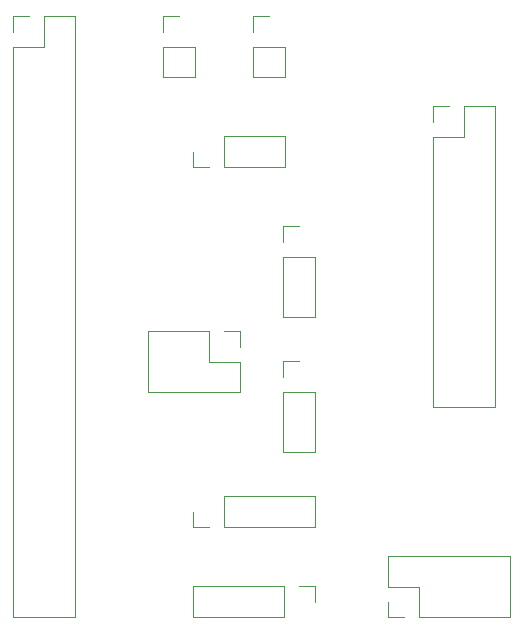
<source format=gbr>
%TF.GenerationSoftware,KiCad,Pcbnew,6.0.9-8da3e8f707~117~ubuntu22.04.1*%
%TF.CreationDate,2022-12-19T08:44:55+01:00*%
%TF.ProjectId,rpi-dev-board,7270692d-6465-4762-9d62-6f6172642e6b,rev?*%
%TF.SameCoordinates,Original*%
%TF.FileFunction,Legend,Top*%
%TF.FilePolarity,Positive*%
%FSLAX46Y46*%
G04 Gerber Fmt 4.6, Leading zero omitted, Abs format (unit mm)*
G04 Created by KiCad (PCBNEW 6.0.9-8da3e8f707~117~ubuntu22.04.1) date 2022-12-19 08:44:55*
%MOMM*%
%LPD*%
G01*
G04 APERTURE LIST*
%ADD10C,0.120000*%
G04 APERTURE END LIST*
D10*
%TO.C,J7*%
X107890000Y-63500000D02*
X107890000Y-62170000D01*
X107890000Y-64770000D02*
X110550000Y-64770000D01*
X107890000Y-64770000D02*
X107890000Y-67370000D01*
X107890000Y-62170000D02*
X109220000Y-62170000D01*
X107890000Y-67370000D02*
X110550000Y-67370000D01*
X110550000Y-64770000D02*
X110550000Y-67370000D01*
%TO.C,J6*%
X111760000Y-88840000D02*
X106620000Y-88840000D01*
X111760000Y-91440000D02*
X114360000Y-91440000D01*
X114360000Y-91440000D02*
X114360000Y-94040000D01*
X106620000Y-88840000D02*
X106620000Y-94040000D01*
X114360000Y-94040000D02*
X106620000Y-94040000D01*
X113030000Y-88840000D02*
X114360000Y-88840000D01*
X111760000Y-88840000D02*
X111760000Y-91440000D01*
X114360000Y-88840000D02*
X114360000Y-90170000D01*
%TO.C,J9*%
X118110000Y-110430000D02*
X110430000Y-110430000D01*
X118110000Y-113090000D02*
X110430000Y-113090000D01*
X120710000Y-110430000D02*
X120710000Y-111760000D01*
X118110000Y-110430000D02*
X118110000Y-113090000D01*
X119380000Y-110430000D02*
X120710000Y-110430000D01*
X110430000Y-110430000D02*
X110430000Y-113090000D01*
%TO.C,J8*%
X115510000Y-62170000D02*
X116840000Y-62170000D01*
X115510000Y-64770000D02*
X118170000Y-64770000D01*
X115510000Y-63500000D02*
X115510000Y-62170000D01*
X118170000Y-64770000D02*
X118170000Y-67370000D01*
X115510000Y-67370000D02*
X118170000Y-67370000D01*
X115510000Y-64770000D02*
X115510000Y-67370000D01*
%TO.C,J4*%
X118050000Y-87690000D02*
X120710000Y-87690000D01*
X118050000Y-79950000D02*
X119380000Y-79950000D01*
X118050000Y-81280000D02*
X118050000Y-79950000D01*
X118050000Y-82550000D02*
X118050000Y-87690000D01*
X118050000Y-82550000D02*
X120710000Y-82550000D01*
X120710000Y-82550000D02*
X120710000Y-87690000D01*
%TO.C,J11*%
X126940000Y-113090000D02*
X126940000Y-111760000D01*
X129540000Y-110490000D02*
X126940000Y-110490000D01*
X128270000Y-113090000D02*
X126940000Y-113090000D01*
X129540000Y-113090000D02*
X129540000Y-110490000D01*
X129540000Y-113090000D02*
X137220000Y-113090000D01*
X126940000Y-107890000D02*
X137220000Y-107890000D01*
X126940000Y-110490000D02*
X126940000Y-107890000D01*
X137220000Y-113090000D02*
X137220000Y-107890000D01*
%TO.C,J5*%
X113030000Y-105470000D02*
X120710000Y-105470000D01*
X113030000Y-102810000D02*
X120710000Y-102810000D01*
X111760000Y-105470000D02*
X110430000Y-105470000D01*
X113030000Y-105470000D02*
X113030000Y-102810000D01*
X110430000Y-105470000D02*
X110430000Y-104140000D01*
X120710000Y-105470000D02*
X120710000Y-102810000D01*
%TO.C,J2*%
X113030000Y-72330000D02*
X118170000Y-72330000D01*
X118170000Y-74990000D02*
X118170000Y-72330000D01*
X113030000Y-74990000D02*
X118170000Y-74990000D01*
X110430000Y-74990000D02*
X110430000Y-73660000D01*
X111760000Y-74990000D02*
X110430000Y-74990000D01*
X113030000Y-74990000D02*
X113030000Y-72330000D01*
%TO.C,J0*%
X95190000Y-63500000D02*
X95190000Y-62170000D01*
X97790000Y-62170000D02*
X100390000Y-62170000D01*
X97790000Y-64770000D02*
X97790000Y-62170000D01*
X95190000Y-64770000D02*
X97790000Y-64770000D01*
X100390000Y-62170000D02*
X100390000Y-113090000D01*
X95190000Y-62170000D02*
X96520000Y-62170000D01*
X95190000Y-113090000D02*
X100390000Y-113090000D01*
X95190000Y-64770000D02*
X95190000Y-113090000D01*
%TO.C,J3*%
X118050000Y-99120000D02*
X120710000Y-99120000D01*
X118050000Y-93980000D02*
X118050000Y-99120000D01*
X118050000Y-93980000D02*
X120710000Y-93980000D01*
X118050000Y-92710000D02*
X118050000Y-91380000D01*
X118050000Y-91380000D02*
X119380000Y-91380000D01*
X120710000Y-93980000D02*
X120710000Y-99120000D01*
%TO.C,J1*%
X130750000Y-69790000D02*
X132080000Y-69790000D01*
X130750000Y-71120000D02*
X130750000Y-69790000D01*
X130750000Y-72390000D02*
X133350000Y-72390000D01*
X130750000Y-95310000D02*
X135950000Y-95310000D01*
X133350000Y-69790000D02*
X135950000Y-69790000D01*
X135950000Y-69790000D02*
X135950000Y-95310000D01*
X133350000Y-72390000D02*
X133350000Y-69790000D01*
X130750000Y-72390000D02*
X130750000Y-95310000D01*
%TD*%
M02*

</source>
